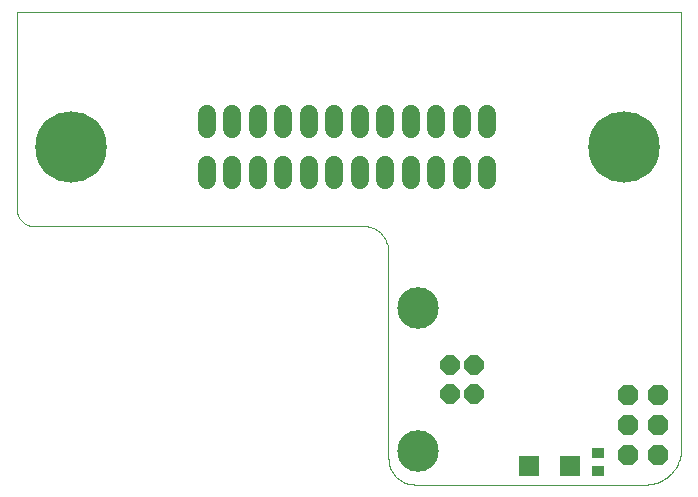
<source format=gts>
G75*
%MOIN*%
%OFA0B0*%
%FSLAX24Y24*%
%IPPOS*%
%LPD*%
%AMOC8*
5,1,8,0,0,1.08239X$1,22.5*
%
%ADD10C,0.0039*%
%ADD11C,0.0600*%
%ADD12C,0.2380*%
%ADD13OC8,0.0680*%
%ADD14OC8,0.0654*%
%ADD15C,0.1386*%
%ADD16R,0.0671X0.0671*%
%ADD17R,0.0434X0.0356*%
D10*
X011639Y008800D02*
X011696Y008798D01*
X011753Y008793D01*
X011810Y008783D01*
X011865Y008770D01*
X011920Y008754D01*
X011974Y008733D01*
X012026Y008710D01*
X012077Y008683D01*
X012125Y008653D01*
X012172Y008619D01*
X012216Y008583D01*
X012258Y008544D01*
X012297Y008502D01*
X012333Y008458D01*
X012367Y008411D01*
X012397Y008363D01*
X012424Y008312D01*
X012447Y008260D01*
X012468Y008206D01*
X012484Y008151D01*
X012497Y008096D01*
X012507Y008039D01*
X012512Y007982D01*
X012514Y007925D01*
X012514Y001050D01*
X012516Y000993D01*
X012521Y000936D01*
X012531Y000879D01*
X012544Y000824D01*
X012560Y000769D01*
X012581Y000715D01*
X012604Y000663D01*
X012631Y000613D01*
X012661Y000564D01*
X012695Y000517D01*
X012731Y000473D01*
X012770Y000431D01*
X012812Y000392D01*
X012856Y000356D01*
X012903Y000322D01*
X012952Y000292D01*
X013002Y000265D01*
X013054Y000242D01*
X013108Y000221D01*
X013163Y000205D01*
X013218Y000192D01*
X013275Y000182D01*
X013332Y000177D01*
X013389Y000175D01*
X021014Y000175D01*
X022264Y001300D02*
X022264Y015925D01*
X000139Y015925D01*
X000139Y009300D01*
X000141Y009256D01*
X000147Y009213D01*
X000156Y009171D01*
X000169Y009129D01*
X000186Y009089D01*
X000206Y009050D01*
X000229Y009013D01*
X000256Y008979D01*
X000285Y008946D01*
X000318Y008917D01*
X000352Y008890D01*
X000389Y008867D01*
X000428Y008847D01*
X000468Y008830D01*
X000510Y008817D01*
X000552Y008808D01*
X000595Y008802D01*
X000639Y008800D01*
X011639Y008800D01*
X021015Y000176D02*
X021081Y000174D01*
X021148Y000176D01*
X021214Y000182D01*
X021280Y000192D01*
X021346Y000205D01*
X021410Y000222D01*
X021474Y000242D01*
X021536Y000266D01*
X021597Y000294D01*
X021656Y000324D01*
X021713Y000358D01*
X021768Y000396D01*
X021822Y000436D01*
X021872Y000479D01*
X021921Y000525D01*
X021966Y000574D01*
X022009Y000625D01*
X022049Y000678D01*
X022086Y000734D01*
X022120Y000792D01*
X022150Y000851D01*
X022177Y000912D01*
X022201Y000974D01*
X022221Y001038D01*
X022237Y001103D01*
X022250Y001168D01*
X022259Y001234D01*
X022264Y001301D01*
D11*
X015814Y010315D02*
X015814Y010835D01*
X014964Y010835D02*
X014964Y010315D01*
X014114Y010315D02*
X014114Y010835D01*
X013264Y010835D02*
X013264Y010315D01*
X012414Y010315D02*
X012414Y010835D01*
X011564Y010835D02*
X011564Y010315D01*
X010714Y010315D02*
X010714Y010835D01*
X009864Y010835D02*
X009864Y010315D01*
X009014Y010315D02*
X009014Y010835D01*
X008164Y010835D02*
X008164Y010315D01*
X007314Y010315D02*
X007314Y010835D01*
X006464Y010835D02*
X006464Y010315D01*
X006464Y012015D02*
X006464Y012535D01*
X007314Y012535D02*
X007314Y012015D01*
X008164Y012015D02*
X008164Y012535D01*
X009014Y012535D02*
X009014Y012015D01*
X009864Y012015D02*
X009864Y012535D01*
X010714Y012535D02*
X010714Y012015D01*
X011564Y012015D02*
X011564Y012535D01*
X012414Y012535D02*
X012414Y012015D01*
X013264Y012015D02*
X013264Y012535D01*
X014114Y012535D02*
X014114Y012015D01*
X014964Y012015D02*
X014964Y012535D01*
X015814Y012535D02*
X015814Y012015D01*
D12*
X020349Y011425D03*
X001929Y011425D03*
D13*
X020514Y003175D03*
X021514Y003175D03*
X021514Y002175D03*
X020514Y002175D03*
X020514Y001175D03*
X021514Y001175D03*
D14*
X015369Y003183D03*
X014581Y003183D03*
X014581Y004167D03*
X015369Y004167D03*
D15*
X013514Y006045D03*
X013514Y001305D03*
D16*
X017200Y000800D03*
X018578Y000800D03*
D17*
X019514Y000625D03*
X019514Y001225D03*
M02*

</source>
